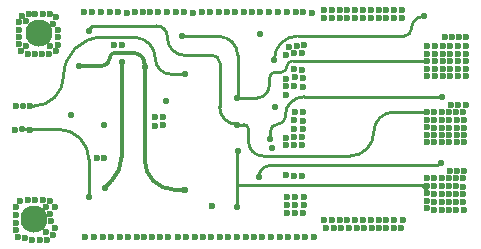
<source format=gbr>
%TF.GenerationSoftware,Altium Limited,Altium Designer,20.2.3 (150)*%
G04 Layer_Physical_Order=3*
G04 Layer_Color=16440176*
%FSLAX26Y26*%
%MOIN*%
%TF.SameCoordinates,27716F98-0B22-40FE-96F5-AA6DB086EB47*%
%TF.FilePolarity,Positive*%
%TF.FileFunction,Copper,L3,Inr,Signal*%
%TF.Part,Single*%
G01*
G75*
%TA.AperFunction,Conductor*%
%ADD11C,0.010000*%
%ADD13C,0.012000*%
%TA.AperFunction,ViaPad*%
%ADD37C,0.023622*%
%ADD38C,0.022000*%
%ADD39C,0.090551*%
D11*
X2235319Y2048319D02*
G03*
X2106000Y1919000I0J-129319D01*
G01*
X2412000Y1977000D02*
G03*
X2340681Y2048319I-71319J0D01*
G01*
X2452000Y2050000D02*
G03*
X2416017Y2085983I-35983J0D01*
G01*
X2412000Y1977000D02*
G03*
X2464000Y1925000I52000J0D01*
G01*
X2006000Y1819000D02*
G03*
X2106000Y1919000I0J100000D01*
G01*
X2821000Y1759000D02*
G03*
X2794441Y1732441I0J-26559D01*
G01*
X2907608Y1850000D02*
G03*
X2844976Y1787426I0J-62632D01*
G01*
X2821000Y1759000D02*
G03*
X2844976Y1782976I0J23976D01*
G01*
X2722000Y1701354D02*
G03*
X2771175Y1652179I49175J0D01*
G01*
X3060180D02*
G03*
X3140000Y1732000I0J79820D01*
G01*
X2795820Y1621000D02*
G03*
X2756443Y1581623I0J-39377D01*
G01*
X2447000Y1836000D02*
G03*
X2444000Y1833000I0J-3000D01*
G01*
X2190000Y1641000D02*
G03*
X2090000Y1741000I-100000J0D01*
G01*
X2869000Y1969000D02*
G03*
X2850000Y1950000I0J-19000D01*
G01*
X2832000Y1932000D02*
G03*
X2850000Y1950000I0J18000D01*
G01*
X2812000Y1932000D02*
G03*
X2792000Y1912000I0J-20000D01*
G01*
X2750000Y1846000D02*
G03*
X2792000Y1888000I0J42000D01*
G01*
X2684000Y1846000D02*
G03*
X2686000Y1848000I0J2000D01*
G01*
X2452000Y2046392D02*
G03*
X2510392Y1988000I58392J0D01*
G01*
X2626000Y1816371D02*
G03*
X2685065Y1757306I59065J0D01*
G01*
X2626000Y1964000D02*
G03*
X2602000Y1988000I-24000J0D01*
G01*
X2686000D02*
G03*
X2622782Y2051218I-63218J0D01*
G01*
X3207000Y1799000D02*
G03*
X3140000Y1732000I0J-67000D01*
G01*
X2722000Y1742000D02*
G03*
X2706694Y1757306I-15306J0D01*
G01*
X2886000Y2052000D02*
G03*
X2808000Y1974000I0J-78000D01*
G01*
X3305732Y2117732D02*
G03*
X3266000Y2078000I0J-39732D01*
G01*
X3240000Y2052000D02*
G03*
X3266000Y2078000I0J26000D01*
G01*
X2235319Y2048319D02*
X2340681D01*
X2201575Y2085983D02*
X2416017D01*
X2190222Y2074629D02*
X2201575Y2085983D01*
X2190000Y2070000D02*
Y2074407D01*
X2190222Y2074629D01*
X2684000Y1846000D02*
X2750000D01*
X2499218Y2051218D02*
X2622782D01*
X2464000Y1925000D02*
X2510603D01*
X1994000Y1819000D02*
X2006000D01*
X2794441Y1710682D02*
Y1732441D01*
X2844976Y1782976D02*
Y1787426D01*
X2771175Y1652179D02*
X3060180D01*
X2722000Y1701354D02*
Y1742000D01*
X3360279Y1629549D02*
X3363526D01*
X3351730Y1621000D02*
X3360279Y1629549D01*
X2795820Y1621000D02*
X3351730D01*
X2907608Y1850000D02*
X3366000D01*
X1968000Y1741000D02*
X2090000D01*
X2190000Y1517000D02*
Y1641000D01*
X2812000Y1932000D02*
X2832000D01*
X2792000Y1888000D02*
Y1912000D01*
X2686000Y1848000D02*
Y1988000D01*
X2869000Y1969000D02*
X3316142D01*
X2510456Y1988000D02*
X2602000D01*
X2510392Y1988000D02*
X2510456Y1988000D01*
X2452000Y2046392D02*
Y2050000D01*
X2684000Y1667503D02*
X2685971Y1669473D01*
X2684000Y1482000D02*
Y1667503D01*
X2684985Y1556000D02*
X3300325D01*
X3313535Y1531606D02*
X3316142Y1529000D01*
X3300325Y1556000D02*
X3313535Y1542790D01*
Y1531606D02*
Y1542790D01*
X2685065Y1757306D02*
X2706694D01*
X2626000Y1816371D02*
Y1964000D01*
X3207000Y1799000D02*
X3316142D01*
X2886000Y2052000D02*
X3240000D01*
X3305732Y2117732D02*
X3308268D01*
D13*
X2232000Y1952000D02*
G03*
X2261000Y1981000I0J29000D01*
G01*
X2376000Y1958668D02*
G03*
X2339207Y1996043I-37380J0D01*
G01*
X2276043D02*
G03*
X2261000Y1981000I0J-15043D01*
G01*
X2339204Y1996043D02*
G03*
X2338620Y1996048I-583J-37375D01*
G01*
X2376000Y1640000D02*
G03*
X2476000Y1540000I100000J0D01*
G01*
X2267283Y1571516D02*
G03*
X2298662Y1647211I-75611J75696D01*
G01*
X2156000Y1952000D02*
X2232000D01*
X2339204Y1996043D02*
X2339207D01*
X2276043D02*
X2339204D01*
X2299103Y1647652D02*
Y1965734D01*
X2298662Y1647211D02*
X2299103Y1647652D01*
X2376000Y1950000D02*
Y1958668D01*
Y1640000D02*
Y1950000D01*
X2476000Y1540000D02*
X2512000D01*
X2242529Y1546761D02*
X2267283Y1571516D01*
D37*
X2602000Y1484992D02*
D03*
X2240000Y1646000D02*
D03*
X2216000D02*
D03*
X2301000Y2023000D02*
D03*
X2275000Y2023508D02*
D03*
X2847779Y1856483D02*
D03*
X2178000Y1383000D02*
D03*
X2206000D02*
D03*
X2236000Y1384000D02*
D03*
X2264000D02*
D03*
X2293000Y1383000D02*
D03*
X2349000D02*
D03*
X2400000Y1384000D02*
D03*
X2426000D02*
D03*
X2455000Y1383000D02*
D03*
X2486000D02*
D03*
X2513000D02*
D03*
X2571000D02*
D03*
X2655000Y1384000D02*
D03*
X2740000D02*
D03*
X2796000D02*
D03*
X2827000D02*
D03*
X2854000D02*
D03*
X2884000Y1383000D02*
D03*
X2910000D02*
D03*
X2940000Y1382000D02*
D03*
X2320779Y1382108D02*
D03*
X2374070Y1383249D02*
D03*
X2627501Y1383851D02*
D03*
X2597974Y1383236D02*
D03*
X2542611Y1382620D02*
D03*
X2766643Y1383443D02*
D03*
X2713267Y1383425D02*
D03*
X2683034Y1383840D02*
D03*
X2678034Y2131840D02*
D03*
X2708267Y2131425D02*
D03*
X2761643Y2131443D02*
D03*
X2537611Y2130620D02*
D03*
X2592974Y2131236D02*
D03*
X2622501Y2131851D02*
D03*
X2369070Y2131249D02*
D03*
X2315779Y2130108D02*
D03*
X2935000Y2130000D02*
D03*
X2905000Y2131000D02*
D03*
X2879000D02*
D03*
X2849000Y2132000D02*
D03*
X2822000D02*
D03*
X2791000D02*
D03*
X2735000D02*
D03*
X2650000D02*
D03*
X2566000Y2131000D02*
D03*
X2508000D02*
D03*
X2481000D02*
D03*
X2450000D02*
D03*
X2421000Y2132000D02*
D03*
X2395000D02*
D03*
X2344000Y2131000D02*
D03*
X2288000D02*
D03*
X2259000Y2132000D02*
D03*
X2231000D02*
D03*
X2201000Y2131000D02*
D03*
X2173000D02*
D03*
X2904312Y1461599D02*
D03*
X2877649Y1462160D02*
D03*
X2905995Y1489103D02*
D03*
X2878211Y1489664D02*
D03*
X2906276Y1515765D02*
D03*
X2878772Y1516326D02*
D03*
X2901555Y1688395D02*
D03*
X2874709D02*
D03*
X2901001Y1716347D02*
D03*
X2874986Y1714963D02*
D03*
X2903547Y1742786D02*
D03*
X2875636D02*
D03*
X2903180Y1769963D02*
D03*
X2875636Y1771432D02*
D03*
X2903547Y1798976D02*
D03*
X2876370Y1799343D02*
D03*
X2903011Y1883677D02*
D03*
X2875090Y1884771D02*
D03*
X2904379Y1910776D02*
D03*
X2876185Y1915155D02*
D03*
X2902190Y1940612D02*
D03*
X2875364Y1941981D02*
D03*
X2901010Y1996258D02*
D03*
X2874679Y1994713D02*
D03*
X2902282Y1586805D02*
D03*
X2875413D02*
D03*
X1993000Y1740000D02*
D03*
X1944000D02*
D03*
X1994000Y1819000D02*
D03*
X1946000D02*
D03*
X2438000Y1755000D02*
D03*
X2411000Y1754000D02*
D03*
X2438000Y1783000D02*
D03*
X2409000D02*
D03*
X2060000Y2018000D02*
D03*
X1982000Y2020000D02*
D03*
X2072000Y2092000D02*
D03*
X2088000Y2072000D02*
D03*
Y2048000D02*
D03*
Y2024000D02*
D03*
X2080000Y2002000D02*
D03*
X2058000Y1994000D02*
D03*
X2034000D02*
D03*
X2010000D02*
D03*
X1986000D02*
D03*
X1964000Y2002000D02*
D03*
X1956000Y2026000D02*
D03*
Y2050000D02*
D03*
Y2074000D02*
D03*
X1980000Y2102000D02*
D03*
X1956000Y2098000D02*
D03*
X2082000Y2116000D02*
D03*
X2060000Y2126000D02*
D03*
X2036000D02*
D03*
X2012000D02*
D03*
X1990000D02*
D03*
X1966000Y2120000D02*
D03*
X2076000Y1482000D02*
D03*
X2046000D02*
D03*
X2060000Y1460000D02*
D03*
X2064000Y1436000D02*
D03*
X2046000Y1400000D02*
D03*
X2076000Y1412000D02*
D03*
X2072000Y1388000D02*
D03*
X2050000Y1374000D02*
D03*
X2026000D02*
D03*
X2002000D02*
D03*
X1978000Y1378000D02*
D03*
X1954000Y1382000D02*
D03*
X1946000Y1406000D02*
D03*
Y1430000D02*
D03*
Y1456000D02*
D03*
X1948000Y1482000D02*
D03*
X2062000Y1504000D02*
D03*
X2036000Y1506000D02*
D03*
X2012000D02*
D03*
X1988000D02*
D03*
X1962000Y1502000D02*
D03*
X2908000Y2022000D02*
D03*
X2884000Y2020000D02*
D03*
X2858000Y2016000D02*
D03*
X2848000Y1990000D02*
D03*
Y1910000D02*
D03*
Y1886000D02*
D03*
Y1714000D02*
D03*
Y1688000D02*
D03*
Y1588000D02*
D03*
X2852000Y1516000D02*
D03*
Y1490000D02*
D03*
Y1464000D02*
D03*
X3440000Y1474000D02*
D03*
X3414000D02*
D03*
X3390000D02*
D03*
X3366000D02*
D03*
X3342000D02*
D03*
X3438000Y1500000D02*
D03*
X3414000D02*
D03*
X3390000D02*
D03*
X3366000D02*
D03*
X3342000D02*
D03*
X3438000Y1526000D02*
D03*
X3414000D02*
D03*
X3390000D02*
D03*
X3366000D02*
D03*
X3342000D02*
D03*
X3438000Y1550000D02*
D03*
X3414000Y1552000D02*
D03*
X3390000D02*
D03*
X3366000D02*
D03*
X3342000D02*
D03*
X3442000Y1602000D02*
D03*
X3418000D02*
D03*
X3394000D02*
D03*
X3438000Y1578000D02*
D03*
X3414000D02*
D03*
X3390000D02*
D03*
X3366000D02*
D03*
X3342000D02*
D03*
X3316000Y1504000D02*
D03*
Y1554000D02*
D03*
X3442000Y1698000D02*
D03*
X3416000D02*
D03*
X3392000D02*
D03*
X3368000D02*
D03*
X3342000D02*
D03*
X3442000Y1722000D02*
D03*
X3416000D02*
D03*
X3392000D02*
D03*
X3368000D02*
D03*
X3342000D02*
D03*
X3440000Y1746000D02*
D03*
X3416000D02*
D03*
X3390000D02*
D03*
X3366000D02*
D03*
X3342000D02*
D03*
X3440000Y1772000D02*
D03*
X3416000D02*
D03*
X3390000D02*
D03*
X3366000D02*
D03*
X3342000D02*
D03*
X3446000Y1822000D02*
D03*
X3422000D02*
D03*
X3398000D02*
D03*
X3438000Y1798000D02*
D03*
X3414000D02*
D03*
X3390000D02*
D03*
X3366000D02*
D03*
X3342000D02*
D03*
X3316000Y1724000D02*
D03*
Y1774000D02*
D03*
X3446000Y1918000D02*
D03*
X3420000D02*
D03*
X3394000D02*
D03*
X3370000D02*
D03*
X3344000D02*
D03*
X3446000Y1944000D02*
D03*
X3420000D02*
D03*
X3394000D02*
D03*
X3370000D02*
D03*
X3344000D02*
D03*
X3446000Y1970000D02*
D03*
X3420000D02*
D03*
X3394000D02*
D03*
X3370000D02*
D03*
X3344000D02*
D03*
X3446000Y1994000D02*
D03*
X3420000D02*
D03*
X3394000D02*
D03*
X3370000D02*
D03*
X3344000D02*
D03*
X3316000Y1944000D02*
D03*
Y1994000D02*
D03*
X3446000Y2018000D02*
D03*
X3420000D02*
D03*
X3448000Y2048000D02*
D03*
X3424000D02*
D03*
X3400000D02*
D03*
X3376000D02*
D03*
X3394000Y2018000D02*
D03*
X3370000D02*
D03*
X3344000D02*
D03*
X3316142Y1969000D02*
D03*
X2512000Y1540000D02*
D03*
X3316142Y1479000D02*
D03*
Y1529000D02*
D03*
Y1579000D02*
D03*
Y1699000D02*
D03*
Y1749000D02*
D03*
Y1799000D02*
D03*
Y1919000D02*
D03*
Y2019000D02*
D03*
X3230000Y1414000D02*
D03*
X3206000D02*
D03*
X3182000D02*
D03*
X3158000D02*
D03*
X3134000D02*
D03*
X3108000D02*
D03*
X3084000D02*
D03*
X3058000D02*
D03*
X3032000D02*
D03*
X3006000D02*
D03*
X2980000D02*
D03*
X3236000Y1438000D02*
D03*
X3208000D02*
D03*
X3182000D02*
D03*
X3156000D02*
D03*
X3130000D02*
D03*
X3104000D02*
D03*
X3078000D02*
D03*
X3052000D02*
D03*
X3026000D02*
D03*
X3000000D02*
D03*
X2974000D02*
D03*
Y2140000D02*
D03*
X3000000D02*
D03*
X3026000D02*
D03*
X3052000D02*
D03*
X3078000D02*
D03*
X3104000D02*
D03*
X3130000D02*
D03*
X3156000D02*
D03*
X3182000D02*
D03*
X3208000D02*
D03*
X3234000D02*
D03*
Y2114000D02*
D03*
X3208000D02*
D03*
X3182000D02*
D03*
X3156000D02*
D03*
X3130000D02*
D03*
X3104000D02*
D03*
X3078000D02*
D03*
X3052000D02*
D03*
X3026000D02*
D03*
X3000000D02*
D03*
X2974000D02*
D03*
D38*
X2299103Y1965734D02*
D03*
X2190000Y2070000D02*
D03*
X2499218Y2051218D02*
D03*
X2794441Y1710682D02*
D03*
X2799735Y1678877D02*
D03*
X2811627Y1814815D02*
D03*
X2756443Y1581623D02*
D03*
X2760000Y2060000D02*
D03*
X2129915Y1789305D02*
D03*
X1969864Y1818942D02*
D03*
X2447000Y1836000D02*
D03*
X1968000Y1741000D02*
D03*
X2190000Y1517000D02*
D03*
X2510603Y1925000D02*
D03*
X2242529Y1546761D02*
D03*
X2376000Y1950000D02*
D03*
X2156000Y1952000D02*
D03*
X2808000Y1974000D02*
D03*
X3363526Y1629549D02*
D03*
X3366000Y1850000D02*
D03*
X3308268Y2117732D02*
D03*
X2684000Y1482000D02*
D03*
X2239000Y1756000D02*
D03*
X2685971Y1669473D02*
D03*
X2685065Y1757306D02*
D03*
X2684000Y1846000D02*
D03*
D39*
X2022386Y2061758D02*
D03*
X2006000Y1442000D02*
D03*
%TF.MD5,bf547695cb285cde90ce56036922a057*%
M02*

</source>
